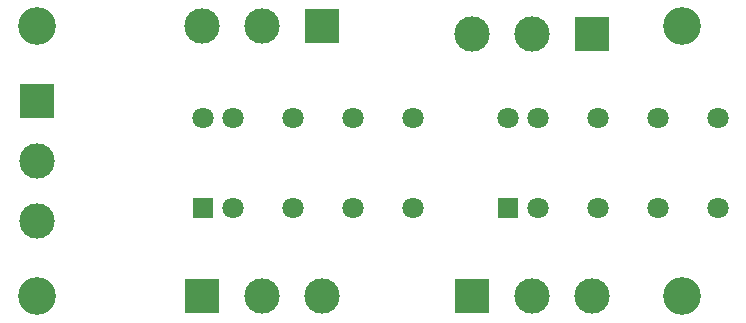
<source format=gbs>
G04 #@! TF.GenerationSoftware,KiCad,Pcbnew,6.0.9-8da3e8f707~116~ubuntu20.04.1*
G04 #@! TF.CreationDate,2023-04-19T17:26:23+00:00*
G04 #@! TF.ProjectId,LEC022102,4c454330-3232-4313-9032-2e6b69636164,rev?*
G04 #@! TF.SameCoordinates,Original*
G04 #@! TF.FileFunction,Soldermask,Bot*
G04 #@! TF.FilePolarity,Negative*
%FSLAX46Y46*%
G04 Gerber Fmt 4.6, Leading zero omitted, Abs format (unit mm)*
G04 Created by KiCad (PCBNEW 6.0.9-8da3e8f707~116~ubuntu20.04.1) date 2023-04-19 17:26:23*
%MOMM*%
%LPD*%
G01*
G04 APERTURE LIST*
%ADD10R,3.000000X3.000000*%
%ADD11C,3.000000*%
%ADD12R,1.800000X1.800000*%
%ADD13C,1.800000*%
%ADD14C,3.200000*%
G04 APERTURE END LIST*
D10*
G04 #@! TO.C,J2*
X104140000Y-93980000D03*
D11*
X109220000Y-93980000D03*
X114300000Y-93980000D03*
G04 #@! TD*
D10*
G04 #@! TO.C,J3*
X114300000Y-71120000D03*
D11*
X109220000Y-71120000D03*
X104140000Y-71120000D03*
G04 #@! TD*
D12*
G04 #@! TO.C,K1*
X104267000Y-86487000D03*
D13*
X106807000Y-86487000D03*
X111887000Y-86487000D03*
X116967000Y-86487000D03*
X122047000Y-86487000D03*
X122047000Y-78867000D03*
X116967000Y-78867000D03*
X111887000Y-78867000D03*
X106807000Y-78867000D03*
X104267000Y-78867000D03*
G04 #@! TD*
D10*
G04 #@! TO.C,J1*
X90170000Y-77470000D03*
D11*
X90170000Y-82550000D03*
X90170000Y-87630000D03*
G04 #@! TD*
D14*
G04 #@! TO.C,H1*
X144780000Y-71120000D03*
G04 #@! TD*
G04 #@! TO.C,H2*
X90170000Y-93980000D03*
G04 #@! TD*
G04 #@! TO.C,H3*
X144780000Y-93980000D03*
G04 #@! TD*
G04 #@! TO.C,H4*
X90170000Y-71120000D03*
G04 #@! TD*
D12*
G04 #@! TO.C,K2*
X130094688Y-86487000D03*
D13*
X132634688Y-86487000D03*
X137714688Y-86487000D03*
X142794688Y-86487000D03*
X147874688Y-86487000D03*
X147874688Y-78867000D03*
X142794688Y-78867000D03*
X137714688Y-78867000D03*
X132634688Y-78867000D03*
X130094688Y-78867000D03*
G04 #@! TD*
D10*
G04 #@! TO.C,J5*
X137160000Y-71755000D03*
D11*
X132080000Y-71755000D03*
X127000000Y-71755000D03*
G04 #@! TD*
D10*
G04 #@! TO.C,J4*
X127000000Y-93980000D03*
D11*
X132080000Y-93980000D03*
X137160000Y-93980000D03*
G04 #@! TD*
M02*

</source>
